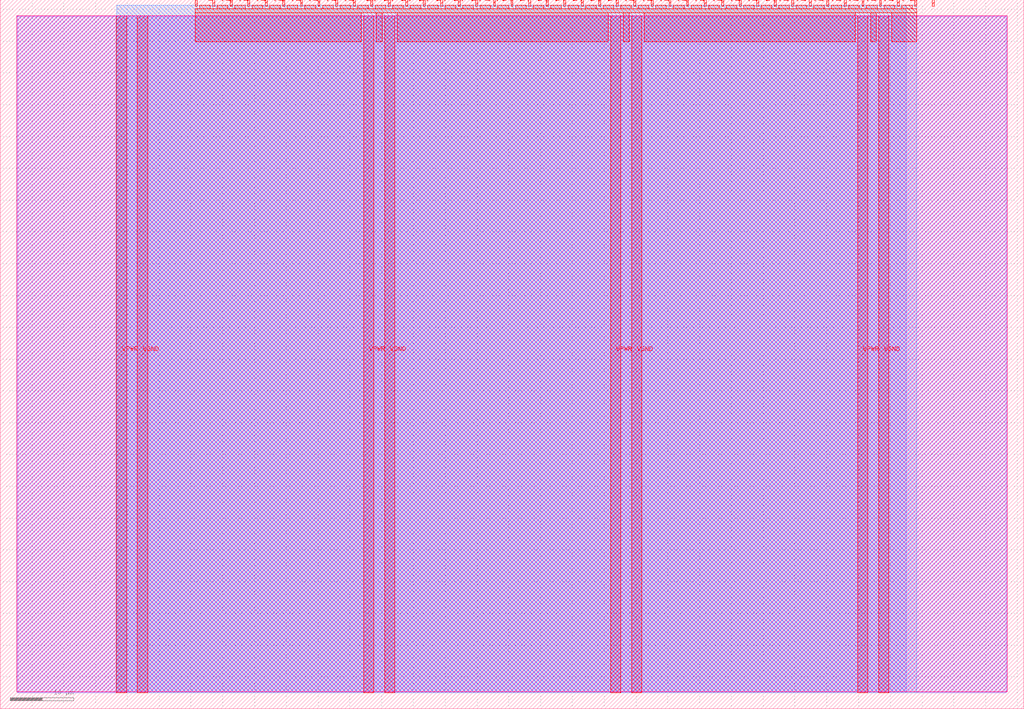
<source format=lef>
VERSION 5.7 ;
  NOWIREEXTENSIONATPIN ON ;
  DIVIDERCHAR "/" ;
  BUSBITCHARS "[]" ;
MACRO tt_um_combo_haz
  CLASS BLOCK ;
  FOREIGN tt_um_combo_haz ;
  ORIGIN 0.000 0.000 ;
  SIZE 161.000 BY 111.520 ;
  PIN VGND
    DIRECTION INOUT ;
    USE GROUND ;
    PORT
      LAYER met4 ;
        RECT 21.580 2.480 23.180 109.040 ;
    END
    PORT
      LAYER met4 ;
        RECT 60.450 2.480 62.050 109.040 ;
    END
    PORT
      LAYER met4 ;
        RECT 99.320 2.480 100.920 109.040 ;
    END
    PORT
      LAYER met4 ;
        RECT 138.190 2.480 139.790 109.040 ;
    END
  END VGND
  PIN VPWR
    DIRECTION INOUT ;
    USE POWER ;
    PORT
      LAYER met4 ;
        RECT 18.280 2.480 19.880 109.040 ;
    END
    PORT
      LAYER met4 ;
        RECT 57.150 2.480 58.750 109.040 ;
    END
    PORT
      LAYER met4 ;
        RECT 96.020 2.480 97.620 109.040 ;
    END
    PORT
      LAYER met4 ;
        RECT 134.890 2.480 136.490 109.040 ;
    END
  END VPWR
  PIN clk
    DIRECTION INPUT ;
    USE SIGNAL ;
    ANTENNAGATEAREA 0.852000 ;
    PORT
      LAYER met4 ;
        RECT 143.830 110.520 144.130 111.520 ;
    END
  END clk
  PIN ena
    DIRECTION INPUT ;
    USE SIGNAL ;
    PORT
      LAYER met4 ;
        RECT 146.590 110.520 146.890 111.520 ;
    END
  END ena
  PIN rst_n
    DIRECTION INPUT ;
    USE SIGNAL ;
    ANTENNAGATEAREA 0.196500 ;
    PORT
      LAYER met4 ;
        RECT 141.070 110.520 141.370 111.520 ;
    END
  END rst_n
  PIN ui_in[0]
    DIRECTION INPUT ;
    USE SIGNAL ;
    PORT
      LAYER met4 ;
        RECT 138.310 110.520 138.610 111.520 ;
    END
  END ui_in[0]
  PIN ui_in[1]
    DIRECTION INPUT ;
    USE SIGNAL ;
    PORT
      LAYER met4 ;
        RECT 135.550 110.520 135.850 111.520 ;
    END
  END ui_in[1]
  PIN ui_in[2]
    DIRECTION INPUT ;
    USE SIGNAL ;
    ANTENNAGATEAREA 0.196500 ;
    PORT
      LAYER met4 ;
        RECT 132.790 110.520 133.090 111.520 ;
    END
  END ui_in[2]
  PIN ui_in[3]
    DIRECTION INPUT ;
    USE SIGNAL ;
    ANTENNAGATEAREA 0.196500 ;
    PORT
      LAYER met4 ;
        RECT 130.030 110.520 130.330 111.520 ;
    END
  END ui_in[3]
  PIN ui_in[4]
    DIRECTION INPUT ;
    USE SIGNAL ;
    ANTENNAGATEAREA 0.196500 ;
    PORT
      LAYER met4 ;
        RECT 127.270 110.520 127.570 111.520 ;
    END
  END ui_in[4]
  PIN ui_in[5]
    DIRECTION INPUT ;
    USE SIGNAL ;
    ANTENNAGATEAREA 0.196500 ;
    PORT
      LAYER met4 ;
        RECT 124.510 110.520 124.810 111.520 ;
    END
  END ui_in[5]
  PIN ui_in[6]
    DIRECTION INPUT ;
    USE SIGNAL ;
    ANTENNAGATEAREA 0.196500 ;
    PORT
      LAYER met4 ;
        RECT 121.750 110.520 122.050 111.520 ;
    END
  END ui_in[6]
  PIN ui_in[7]
    DIRECTION INPUT ;
    USE SIGNAL ;
    ANTENNAGATEAREA 0.196500 ;
    PORT
      LAYER met4 ;
        RECT 118.990 110.520 119.290 111.520 ;
    END
  END ui_in[7]
  PIN uio_in[0]
    DIRECTION INPUT ;
    USE SIGNAL ;
    PORT
      LAYER met4 ;
        RECT 116.230 110.520 116.530 111.520 ;
    END
  END uio_in[0]
  PIN uio_in[1]
    DIRECTION INPUT ;
    USE SIGNAL ;
    PORT
      LAYER met4 ;
        RECT 113.470 110.520 113.770 111.520 ;
    END
  END uio_in[1]
  PIN uio_in[2]
    DIRECTION INPUT ;
    USE SIGNAL ;
    PORT
      LAYER met4 ;
        RECT 110.710 110.520 111.010 111.520 ;
    END
  END uio_in[2]
  PIN uio_in[3]
    DIRECTION INPUT ;
    USE SIGNAL ;
    PORT
      LAYER met4 ;
        RECT 107.950 110.520 108.250 111.520 ;
    END
  END uio_in[3]
  PIN uio_in[4]
    DIRECTION INPUT ;
    USE SIGNAL ;
    PORT
      LAYER met4 ;
        RECT 105.190 110.520 105.490 111.520 ;
    END
  END uio_in[4]
  PIN uio_in[5]
    DIRECTION INPUT ;
    USE SIGNAL ;
    PORT
      LAYER met4 ;
        RECT 102.430 110.520 102.730 111.520 ;
    END
  END uio_in[5]
  PIN uio_in[6]
    DIRECTION INPUT ;
    USE SIGNAL ;
    PORT
      LAYER met4 ;
        RECT 99.670 110.520 99.970 111.520 ;
    END
  END uio_in[6]
  PIN uio_in[7]
    DIRECTION INPUT ;
    USE SIGNAL ;
    PORT
      LAYER met4 ;
        RECT 96.910 110.520 97.210 111.520 ;
    END
  END uio_in[7]
  PIN uio_oe[0]
    DIRECTION OUTPUT ;
    USE SIGNAL ;
    PORT
      LAYER met4 ;
        RECT 49.990 110.520 50.290 111.520 ;
    END
  END uio_oe[0]
  PIN uio_oe[1]
    DIRECTION OUTPUT ;
    USE SIGNAL ;
    PORT
      LAYER met4 ;
        RECT 47.230 110.520 47.530 111.520 ;
    END
  END uio_oe[1]
  PIN uio_oe[2]
    DIRECTION OUTPUT ;
    USE SIGNAL ;
    PORT
      LAYER met4 ;
        RECT 44.470 110.520 44.770 111.520 ;
    END
  END uio_oe[2]
  PIN uio_oe[3]
    DIRECTION OUTPUT ;
    USE SIGNAL ;
    PORT
      LAYER met4 ;
        RECT 41.710 110.520 42.010 111.520 ;
    END
  END uio_oe[3]
  PIN uio_oe[4]
    DIRECTION OUTPUT ;
    USE SIGNAL ;
    PORT
      LAYER met4 ;
        RECT 38.950 110.520 39.250 111.520 ;
    END
  END uio_oe[4]
  PIN uio_oe[5]
    DIRECTION OUTPUT ;
    USE SIGNAL ;
    PORT
      LAYER met4 ;
        RECT 36.190 110.520 36.490 111.520 ;
    END
  END uio_oe[5]
  PIN uio_oe[6]
    DIRECTION OUTPUT ;
    USE SIGNAL ;
    PORT
      LAYER met4 ;
        RECT 33.430 110.520 33.730 111.520 ;
    END
  END uio_oe[6]
  PIN uio_oe[7]
    DIRECTION OUTPUT ;
    USE SIGNAL ;
    PORT
      LAYER met4 ;
        RECT 30.670 110.520 30.970 111.520 ;
    END
  END uio_oe[7]
  PIN uio_out[0]
    DIRECTION OUTPUT ;
    USE SIGNAL ;
    PORT
      LAYER met4 ;
        RECT 72.070 110.520 72.370 111.520 ;
    END
  END uio_out[0]
  PIN uio_out[1]
    DIRECTION OUTPUT ;
    USE SIGNAL ;
    PORT
      LAYER met4 ;
        RECT 69.310 110.520 69.610 111.520 ;
    END
  END uio_out[1]
  PIN uio_out[2]
    DIRECTION OUTPUT ;
    USE SIGNAL ;
    PORT
      LAYER met4 ;
        RECT 66.550 110.520 66.850 111.520 ;
    END
  END uio_out[2]
  PIN uio_out[3]
    DIRECTION OUTPUT ;
    USE SIGNAL ;
    PORT
      LAYER met4 ;
        RECT 63.790 110.520 64.090 111.520 ;
    END
  END uio_out[3]
  PIN uio_out[4]
    DIRECTION OUTPUT ;
    USE SIGNAL ;
    PORT
      LAYER met4 ;
        RECT 61.030 110.520 61.330 111.520 ;
    END
  END uio_out[4]
  PIN uio_out[5]
    DIRECTION OUTPUT ;
    USE SIGNAL ;
    PORT
      LAYER met4 ;
        RECT 58.270 110.520 58.570 111.520 ;
    END
  END uio_out[5]
  PIN uio_out[6]
    DIRECTION OUTPUT ;
    USE SIGNAL ;
    PORT
      LAYER met4 ;
        RECT 55.510 110.520 55.810 111.520 ;
    END
  END uio_out[6]
  PIN uio_out[7]
    DIRECTION OUTPUT ;
    USE SIGNAL ;
    PORT
      LAYER met4 ;
        RECT 52.750 110.520 53.050 111.520 ;
    END
  END uio_out[7]
  PIN uo_out[0]
    DIRECTION OUTPUT ;
    USE SIGNAL ;
    PORT
      LAYER met4 ;
        RECT 94.150 110.520 94.450 111.520 ;
    END
  END uo_out[0]
  PIN uo_out[1]
    DIRECTION OUTPUT ;
    USE SIGNAL ;
    PORT
      LAYER met4 ;
        RECT 91.390 110.520 91.690 111.520 ;
    END
  END uo_out[1]
  PIN uo_out[2]
    DIRECTION OUTPUT ;
    USE SIGNAL ;
    PORT
      LAYER met4 ;
        RECT 88.630 110.520 88.930 111.520 ;
    END
  END uo_out[2]
  PIN uo_out[3]
    DIRECTION OUTPUT ;
    USE SIGNAL ;
    PORT
      LAYER met4 ;
        RECT 85.870 110.520 86.170 111.520 ;
    END
  END uo_out[3]
  PIN uo_out[4]
    DIRECTION OUTPUT ;
    USE SIGNAL ;
    PORT
      LAYER met4 ;
        RECT 83.110 110.520 83.410 111.520 ;
    END
  END uo_out[4]
  PIN uo_out[5]
    DIRECTION OUTPUT ;
    USE SIGNAL ;
    ANTENNADIFFAREA 0.445500 ;
    PORT
      LAYER met4 ;
        RECT 80.350 110.520 80.650 111.520 ;
    END
  END uo_out[5]
  PIN uo_out[6]
    DIRECTION OUTPUT ;
    USE SIGNAL ;
    ANTENNADIFFAREA 0.445500 ;
    PORT
      LAYER met4 ;
        RECT 77.590 110.520 77.890 111.520 ;
    END
  END uo_out[6]
  PIN uo_out[7]
    DIRECTION OUTPUT ;
    USE SIGNAL ;
    ANTENNADIFFAREA 0.795200 ;
    PORT
      LAYER met4 ;
        RECT 74.830 110.520 75.130 111.520 ;
    END
  END uo_out[7]
  OBS
      LAYER nwell ;
        RECT 2.570 2.635 158.430 108.990 ;
      LAYER li1 ;
        RECT 2.760 2.635 158.240 108.885 ;
      LAYER met1 ;
        RECT 2.760 2.480 158.240 109.040 ;
      LAYER met2 ;
        RECT 18.310 2.535 142.510 110.685 ;
      LAYER met3 ;
        RECT 18.290 2.555 144.170 110.665 ;
      LAYER met4 ;
        RECT 31.370 110.120 33.030 110.665 ;
        RECT 34.130 110.120 35.790 110.665 ;
        RECT 36.890 110.120 38.550 110.665 ;
        RECT 39.650 110.120 41.310 110.665 ;
        RECT 42.410 110.120 44.070 110.665 ;
        RECT 45.170 110.120 46.830 110.665 ;
        RECT 47.930 110.120 49.590 110.665 ;
        RECT 50.690 110.120 52.350 110.665 ;
        RECT 53.450 110.120 55.110 110.665 ;
        RECT 56.210 110.120 57.870 110.665 ;
        RECT 58.970 110.120 60.630 110.665 ;
        RECT 61.730 110.120 63.390 110.665 ;
        RECT 64.490 110.120 66.150 110.665 ;
        RECT 67.250 110.120 68.910 110.665 ;
        RECT 70.010 110.120 71.670 110.665 ;
        RECT 72.770 110.120 74.430 110.665 ;
        RECT 75.530 110.120 77.190 110.665 ;
        RECT 78.290 110.120 79.950 110.665 ;
        RECT 81.050 110.120 82.710 110.665 ;
        RECT 83.810 110.120 85.470 110.665 ;
        RECT 86.570 110.120 88.230 110.665 ;
        RECT 89.330 110.120 90.990 110.665 ;
        RECT 92.090 110.120 93.750 110.665 ;
        RECT 94.850 110.120 96.510 110.665 ;
        RECT 97.610 110.120 99.270 110.665 ;
        RECT 100.370 110.120 102.030 110.665 ;
        RECT 103.130 110.120 104.790 110.665 ;
        RECT 105.890 110.120 107.550 110.665 ;
        RECT 108.650 110.120 110.310 110.665 ;
        RECT 111.410 110.120 113.070 110.665 ;
        RECT 114.170 110.120 115.830 110.665 ;
        RECT 116.930 110.120 118.590 110.665 ;
        RECT 119.690 110.120 121.350 110.665 ;
        RECT 122.450 110.120 124.110 110.665 ;
        RECT 125.210 110.120 126.870 110.665 ;
        RECT 127.970 110.120 129.630 110.665 ;
        RECT 130.730 110.120 132.390 110.665 ;
        RECT 133.490 110.120 135.150 110.665 ;
        RECT 136.250 110.120 137.910 110.665 ;
        RECT 139.010 110.120 140.670 110.665 ;
        RECT 141.770 110.120 143.430 110.665 ;
        RECT 30.655 109.440 144.145 110.120 ;
        RECT 30.655 104.895 56.750 109.440 ;
        RECT 59.150 104.895 60.050 109.440 ;
        RECT 62.450 104.895 95.620 109.440 ;
        RECT 98.020 104.895 98.920 109.440 ;
        RECT 101.320 104.895 134.490 109.440 ;
        RECT 136.890 104.895 137.790 109.440 ;
        RECT 140.190 104.895 144.145 109.440 ;
  END
END tt_um_combo_haz
END LIBRARY


</source>
